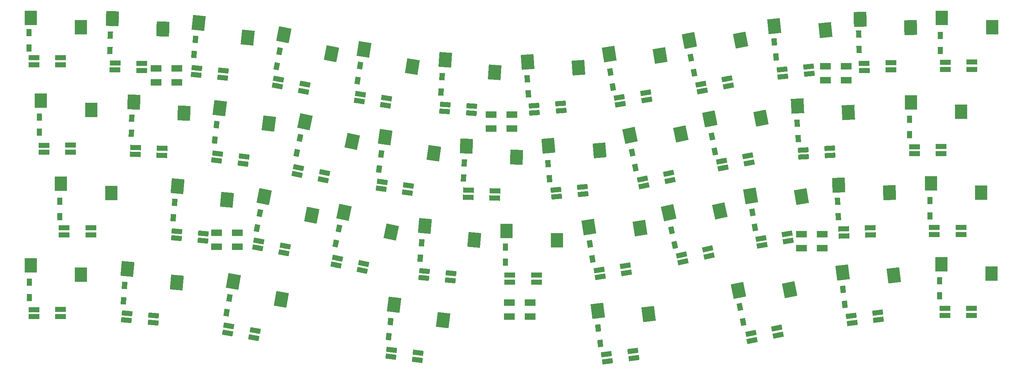
<source format=gbp>
G04 #@! TF.GenerationSoftware,KiCad,Pcbnew,8.0.1*
G04 #@! TF.CreationDate,2024-06-23T14:06:00+09:00*
G04 #@! TF.ProjectId,noraneko42gr,6e6f7261-6e65-46b6-9f34-3267722e6b69,rev?*
G04 #@! TF.SameCoordinates,Original*
G04 #@! TF.FileFunction,Paste,Bot*
G04 #@! TF.FilePolarity,Positive*
%FSLAX46Y46*%
G04 Gerber Fmt 4.6, Leading zero omitted, Abs format (unit mm)*
G04 Created by KiCad (PCBNEW 8.0.1) date 2024-06-23 14:06:00*
%MOMM*%
%LPD*%
G01*
G04 APERTURE LIST*
G04 Aperture macros list*
%AMRotRect*
0 Rectangle, with rotation*
0 The origin of the aperture is its center*
0 $1 length*
0 $2 width*
0 $3 Rotation angle, in degrees counterclockwise*
0 Add horizontal line*
21,1,$1,$2,0,0,$3*%
G04 Aperture macros list end*
%ADD10RotRect,3.000000X3.500000X355.000000*%
%ADD11RotRect,3.000000X3.500000X353.000000*%
%ADD12RotRect,3.000000X3.500000X354.000000*%
%ADD13R,3.000000X3.500000*%
%ADD14RotRect,3.000000X3.500000X7.000000*%
%ADD15RotRect,3.000000X3.500000X352.000000*%
%ADD16RotRect,3.000000X3.500000X349.000000*%
%ADD17RotRect,3.000000X3.500000X348.000000*%
%ADD18RotRect,3.000000X3.500000X4.000000*%
%ADD19RotRect,3.000000X3.500000X11.000000*%
%ADD20RotRect,3.000000X3.500000X3.000000*%
%ADD21RotRect,3.000000X3.500000X12.000000*%
%ADD22RotRect,3.000000X3.500000X359.000000*%
%ADD23RotRect,3.000000X3.500000X351.000000*%
%ADD24RotRect,3.000000X3.500000X2.000000*%
%ADD25RotRect,3.000000X3.500000X9.000000*%
%ADD26RotRect,3.000000X3.500000X5.000000*%
%ADD27RotRect,3.000000X3.500000X9.500000*%
%ADD28RotRect,3.000000X3.500000X358.000000*%
%ADD29RotRect,3.000000X3.500000X6.000000*%
%ADD30RotRect,3.000000X3.500000X12.500000*%
%ADD31RotRect,3.000000X3.500000X1.000000*%
%ADD32RotRect,3.000000X3.500000X11.500000*%
%ADD33RotRect,3.000000X3.500000X350.000000*%
%ADD34RotRect,3.000000X3.500000X356.000000*%
%ADD35RotRect,2.500000X1.200000X11.000000*%
%ADD36R,1.250000X1.700000*%
%ADD37RotRect,2.500000X1.200000X3.000000*%
%ADD38R,2.500000X1.200000*%
%ADD39RotRect,2.500000X1.200000X9.000000*%
%ADD40RotRect,2.500000X1.200000X352.000000*%
%ADD41RotRect,2.500000X1.200000X353.000000*%
%ADD42RotRect,1.700000X1.250000X82.000000*%
%ADD43RotRect,1.700000X1.250000X95.000000*%
%ADD44RotRect,2.500000X1.200000X358.000000*%
%ADD45RotRect,1.700000X1.250000X79.000000*%
%ADD46RotRect,2.500000X1.200000X349.000000*%
%ADD47RotRect,2.500000X1.200000X11.500000*%
%ADD48RotRect,1.700000X1.250000X102.000000*%
%ADD49RotRect,1.700000X1.250000X96.000000*%
%ADD50RotRect,2.500000X1.200000X1.000000*%
%ADD51RotRect,1.700000X1.250000X83.000000*%
%ADD52RotRect,1.700000X1.250000X102.500000*%
%ADD53RotRect,1.700000X1.250000X86.000000*%
%ADD54RotRect,1.700000X1.250000X94.000000*%
%ADD55RotRect,1.700000X1.250000X78.000000*%
%ADD56RotRect,1.700000X1.250000X85.000000*%
%ADD57RotRect,2.500000X1.200000X354.000000*%
%ADD58RotRect,1.700000X1.250000X101.000000*%
%ADD59R,2.500000X1.500000*%
%ADD60RotRect,2.500000X1.200000X351.000000*%
%ADD61RotRect,2.500000X1.200000X4.000000*%
%ADD62RotRect,2.500000X1.200000X356.000000*%
%ADD63RotRect,2.500000X1.200000X348.000000*%
%ADD64RotRect,1.700000X1.250000X89.000000*%
%ADD65RotRect,2.500000X1.200000X350.000000*%
%ADD66RotRect,1.700000X1.250000X99.000000*%
%ADD67RotRect,1.700000X1.250000X92.000000*%
%ADD68RotRect,1.700000X1.250000X84.000000*%
%ADD69RotRect,1.700000X1.250000X97.000000*%
%ADD70RotRect,1.700000X1.250000X80.000000*%
%ADD71RotRect,2.500000X1.200000X2.000000*%
%ADD72RotRect,1.700000X1.250000X101.500000*%
%ADD73RotRect,2.500000X1.200000X5.000000*%
%ADD74RotRect,2.500000X1.200000X355.000000*%
%ADD75RotRect,1.700000X1.250000X93.000000*%
%ADD76RotRect,2.500000X1.200000X359.000000*%
%ADD77RotRect,2.500000X1.200000X6.000000*%
%ADD78RotRect,2.500000X1.200000X12.000000*%
%ADD79RotRect,1.700000X1.250000X99.500000*%
%ADD80RotRect,1.700000X1.250000X91.000000*%
%ADD81RotRect,1.700000X1.250000X88.000000*%
%ADD82RotRect,1.700000X1.250000X81.000000*%
%ADD83RotRect,2.500000X1.200000X9.500000*%
%ADD84RotRect,2.500000X1.200000X12.500000*%
%ADD85RotRect,2.500000X1.200000X7.000000*%
G04 APERTURE END LIST*
D10*
X174213702Y-144397830D03*
X162550728Y-141169048D03*
D11*
X125618677Y-116905188D03*
X114075490Y-113271342D03*
D12*
X120637013Y-96589182D03*
X109032165Y-93157345D03*
D13*
X81233400Y-94172100D03*
X69333400Y-91972100D03*
D14*
X273456844Y-152829970D03*
X261377432Y-152096614D03*
D15*
X164643679Y-123978104D03*
X153165670Y-120143354D03*
D13*
X296621880Y-152358280D03*
X284721880Y-150158280D03*
D16*
X135787580Y-138620236D03*
X124525997Y-134190028D03*
D17*
X154609806Y-142553916D03*
X143427255Y-137927843D03*
D18*
X198881917Y-103692973D03*
X186857440Y-102328435D03*
D19*
X242080594Y-115684724D03*
X229979449Y-115795772D03*
D11*
X166838677Y-163405188D03*
X155295490Y-159771342D03*
D20*
X262694914Y-114308065D03*
X250696083Y-112733878D03*
D21*
X223128259Y-119394791D03*
X211030897Y-119717016D03*
D19*
X237200950Y-97198751D03*
X225099805Y-97309799D03*
D16*
X140478580Y-100376836D03*
X129216997Y-95946628D03*
D22*
X100542302Y-94540791D03*
X88682510Y-92133443D03*
D23*
X159563005Y-103446781D03*
X148153670Y-99412296D03*
D24*
X272415785Y-133220843D03*
X260446256Y-131437487D03*
D13*
X193760000Y-144520000D03*
X181860000Y-142320000D03*
X88377300Y-133331000D03*
X76477300Y-131131000D03*
D17*
X145370806Y-121125916D03*
X134188255Y-116499843D03*
D25*
X213468390Y-141669325D03*
X201370743Y-141357981D03*
D13*
X296752956Y-94180527D03*
X284852956Y-91980527D03*
X294170000Y-133260000D03*
X282270000Y-131060000D03*
D26*
X203835749Y-123306329D03*
X191789290Y-122151854D03*
D10*
X115703702Y-134951830D03*
X104040728Y-131723048D03*
D27*
X251664809Y-134182596D03*
X239564905Y-133976834D03*
D28*
X105573042Y-114419665D03*
X93757070Y-111805701D03*
D29*
X257257861Y-94851983D03*
X245193085Y-93907924D03*
D30*
X232341245Y-137550434D03*
X220247155Y-137978214D03*
D13*
X289424480Y-114133180D03*
X277524480Y-111933180D03*
X81220000Y-152660000D03*
X69320000Y-150460000D03*
D31*
X277441510Y-94257763D03*
X265504927Y-92265782D03*
D28*
X184214042Y-124853665D03*
X172398070Y-122239701D03*
D13*
X83614400Y-113702000D03*
X71714400Y-111502000D03*
D32*
X248834710Y-156179556D03*
X236734996Y-156396200D03*
D33*
X128595643Y-158456174D03*
X117258457Y-154223183D03*
D10*
X103850702Y-154481830D03*
X92187728Y-151253048D03*
D14*
X215516843Y-161949970D03*
X203437431Y-161216614D03*
D25*
X218217746Y-100842752D03*
X206120099Y-100531408D03*
D34*
X179063759Y-104849480D03*
X167346211Y-101824737D03*
D35*
X239230642Y-126233335D03*
X238906267Y-124564569D03*
X232731556Y-125815747D03*
X233046391Y-127435431D03*
D36*
X68880000Y-99020000D03*
X68880000Y-95420000D03*
D37*
X258397576Y-124483977D03*
X258308604Y-122786307D03*
X252019855Y-123165955D03*
X252106210Y-124813693D03*
D38*
X78749500Y-123705000D03*
X78749500Y-122005000D03*
X72449500Y-122055000D03*
X72449500Y-123705000D03*
D39*
X215041095Y-111346769D03*
X214775156Y-109667696D03*
X208560541Y-110702618D03*
X208818658Y-112332304D03*
D40*
X158451047Y-133230123D03*
X158687642Y-131546667D03*
X152441994Y-130719390D03*
X152212358Y-132353333D03*
D41*
X119572931Y-126399617D03*
X119780109Y-124712288D03*
X113520975Y-123994139D03*
X113319891Y-125631840D03*
D42*
X151704730Y-127659006D03*
X152205754Y-124094036D03*
D43*
X192031975Y-129975329D03*
X191718215Y-126389029D03*
D44*
X179087778Y-134565827D03*
X179147107Y-132866862D03*
X172849199Y-132696965D03*
X172791615Y-134345960D03*
D45*
X122832004Y-141612159D03*
X123518916Y-138078301D03*
D46*
X133829938Y-109260431D03*
X134154313Y-107591665D03*
X127960522Y-106438650D03*
X127645687Y-108058335D03*
D47*
X246156226Y-166929927D03*
X245817300Y-165264055D03*
X239653743Y-166569069D03*
X239982700Y-168185945D03*
D48*
X212319787Y-127315864D03*
X211571305Y-123794532D03*
D45*
X127482004Y-103342159D03*
X128168916Y-99808301D03*
D38*
X83550000Y-143235000D03*
X83550000Y-141535000D03*
X77250000Y-141585000D03*
X77250000Y-143235000D03*
D49*
X245593288Y-101182753D03*
X245216986Y-97602475D03*
D50*
X272789355Y-104236592D03*
X272759686Y-102536851D03*
X266461518Y-102696794D03*
X266490314Y-104346543D03*
D51*
X154025822Y-167273537D03*
X154464552Y-163700371D03*
D52*
X221635185Y-145642744D03*
X220856003Y-142128078D03*
D53*
X166334438Y-109435615D03*
X166585562Y-105844385D03*
D54*
X187050623Y-109927359D03*
X186799499Y-106336129D03*
D55*
X132261305Y-123855469D03*
X133009787Y-120334137D03*
D56*
X91228215Y-158790971D03*
X91541975Y-155204671D03*
D36*
X68985000Y-158050000D03*
X68985000Y-154450000D03*
D57*
X114743895Y-106074608D03*
X114921593Y-104383921D03*
X108650879Y-103775118D03*
X108478407Y-105416079D03*
D58*
X226188916Y-104911699D03*
X225502004Y-101377841D03*
D59*
X99000000Y-107140000D03*
X99000000Y-103840000D03*
X103900000Y-103840000D03*
X103900000Y-107140000D03*
D60*
X153253249Y-112582304D03*
X153519188Y-110903231D03*
X147288929Y-109967081D03*
X147030812Y-111596769D03*
D41*
X160772931Y-172802553D03*
X160980109Y-171115224D03*
X154720975Y-170397075D03*
X154519891Y-172034776D03*
D56*
X103068215Y-139150971D03*
X103381975Y-135564671D03*
D61*
X194786568Y-113903197D03*
X194667982Y-112207338D03*
X188386816Y-112696682D03*
X188501914Y-114342662D03*
D58*
X231118916Y-123501699D03*
X230432004Y-119967841D03*
D62*
X173533034Y-114492662D03*
X173651620Y-112796803D03*
X167363478Y-112407216D03*
X167248380Y-114053197D03*
D63*
X138521661Y-130219043D03*
X138875111Y-128556192D03*
X132702385Y-127295256D03*
X132359331Y-128909200D03*
D64*
X88038586Y-99609726D03*
X88101414Y-96010274D03*
D38*
X289349500Y-143160000D03*
X289349500Y-141460000D03*
X283049500Y-141510000D03*
X283049500Y-143160000D03*
D65*
X122104542Y-167509078D03*
X122399745Y-165834905D03*
X116186774Y-164790162D03*
X115900255Y-166415095D03*
D66*
X202186890Y-148941750D03*
X201623726Y-145386072D03*
D67*
X260337835Y-138919776D03*
X260212197Y-135321970D03*
D56*
X161498215Y-148710971D03*
X161811975Y-145124671D03*
D68*
X107916986Y-100567526D03*
X108293288Y-96987248D03*
D69*
X204004552Y-168869630D03*
X203565822Y-165296464D03*
D59*
X178250000Y-118120000D03*
X178250000Y-114820000D03*
X183150000Y-114820000D03*
X183150000Y-118120000D03*
X257300000Y-106690000D03*
X257300000Y-103390000D03*
X262200000Y-103390000D03*
X262200000Y-106690000D03*
D36*
X76185000Y-138920000D03*
X76185000Y-135320000D03*
D38*
X76400000Y-103010000D03*
X76400000Y-101310000D03*
X70100000Y-101360000D03*
X70100000Y-103010000D03*
D63*
X147721661Y-151669043D03*
X148075111Y-150006192D03*
X141902385Y-148745256D03*
X141559331Y-150359200D03*
D69*
X261904552Y-159669630D03*
X261465822Y-156096464D03*
D36*
X284335000Y-157660000D03*
X284335000Y-154060000D03*
D70*
X115672813Y-161658313D03*
X116297947Y-158113005D03*
D38*
X291949500Y-104089473D03*
X291949500Y-102389473D03*
X285649500Y-102439473D03*
X285649500Y-104089473D03*
D55*
X141491305Y-145275469D03*
X142239787Y-141754137D03*
D36*
X277215000Y-119520000D03*
X277215000Y-115920000D03*
D59*
X113290000Y-146000000D03*
X113290000Y-142700000D03*
X118190000Y-142700000D03*
X118190000Y-146000000D03*
D35*
X234330642Y-108033335D03*
X234006267Y-106364569D03*
X227831556Y-107615747D03*
X228146391Y-109235431D03*
D71*
X267977746Y-143239549D03*
X267918417Y-141540584D03*
X261623999Y-141810421D03*
X261681583Y-143459416D03*
D72*
X237784364Y-163818848D03*
X237066640Y-160291122D03*
D36*
X284465000Y-99650000D03*
X284465000Y-96050000D03*
D59*
X251660000Y-146370000D03*
X251660000Y-143070000D03*
X256560000Y-143070000D03*
X256560000Y-146370000D03*
D51*
X112855822Y-120773537D03*
X113294552Y-117200371D03*
D73*
X199999536Y-133632225D03*
X199851371Y-131938694D03*
X193579702Y-132537585D03*
X193723509Y-134181306D03*
D74*
X98263931Y-163971306D03*
X98412096Y-162277775D03*
X92131711Y-161778504D03*
X91987904Y-163422225D03*
D75*
X250829239Y-120447533D03*
X250640829Y-116852467D03*
D76*
X95569137Y-104355568D03*
X95598806Y-102655827D03*
X89298893Y-102595869D03*
X89270096Y-104245617D03*
D44*
X100368417Y-124434416D03*
X100427746Y-122735451D03*
X94129838Y-122565554D03*
X94072254Y-124214549D03*
D38*
X291849500Y-162265000D03*
X291849500Y-160565000D03*
X285549500Y-160615000D03*
X285549500Y-162265000D03*
D77*
X253511476Y-105141079D03*
X253333778Y-103450392D03*
X247073516Y-104158647D03*
X247245988Y-105799608D03*
D78*
X220532890Y-130351504D03*
X220179440Y-128688653D03*
X214027506Y-130047404D03*
X214370560Y-131661347D03*
D74*
X168563931Y-153996306D03*
X168712096Y-152302775D03*
X162431711Y-151803504D03*
X162287904Y-153447225D03*
D79*
X240582429Y-141459440D03*
X239988257Y-137908812D03*
D80*
X265246418Y-99360162D03*
X265183590Y-95760710D03*
D81*
X171742197Y-129818031D03*
X171867835Y-126220225D03*
D39*
X210244188Y-152196769D03*
X209978249Y-150517696D03*
X203763634Y-151552618D03*
X204021751Y-153182304D03*
D59*
X182580000Y-162590000D03*
X182580000Y-159290000D03*
X187480000Y-159290000D03*
X187480000Y-162590000D03*
D36*
X71335000Y-118980000D03*
X71335000Y-115380000D03*
D38*
X76375000Y-162560000D03*
X76375000Y-160860000D03*
X70075000Y-160910000D03*
X70075000Y-162560000D03*
D82*
X146663726Y-106753928D03*
X147226890Y-103198250D03*
D83*
X248520122Y-144693443D03*
X248239541Y-143016757D03*
X242034194Y-144105870D03*
X242306523Y-145733243D03*
D38*
X188950000Y-154420000D03*
X188950000Y-152720000D03*
X182650000Y-152770000D03*
X182650000Y-154420000D03*
D36*
X181570000Y-149700000D03*
X181570000Y-146100000D03*
D66*
X207016890Y-108261750D03*
X206453726Y-104706072D03*
D38*
X284649500Y-124040000D03*
X284649500Y-122340000D03*
X278349500Y-122390000D03*
X278349500Y-124040000D03*
D84*
X229788811Y-148248067D03*
X229420864Y-146588364D03*
X223281021Y-148000748D03*
X223638146Y-149611636D03*
D85*
X269872385Y-163289776D03*
X269665207Y-161602447D03*
X263418260Y-162419852D03*
X263619345Y-164057553D03*
D81*
X93102197Y-119228031D03*
X93227835Y-115630225D03*
D74*
X110038931Y-144571306D03*
X110187096Y-142877775D03*
X103906711Y-142378504D03*
X103762904Y-144022225D03*
D46*
X129179938Y-147510431D03*
X129504313Y-145841665D03*
X123310522Y-144688650D03*
X122995687Y-146308335D03*
D85*
X211980109Y-172334776D03*
X211772931Y-170647447D03*
X205525984Y-171464852D03*
X205727069Y-173102553D03*
D36*
X282035000Y-138750000D03*
X282035000Y-135150000D03*
M02*

</source>
